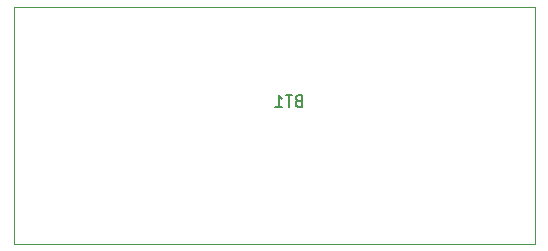
<source format=gbr>
G04 #@! TF.GenerationSoftware,KiCad,Pcbnew,(5.1.2)-2*
G04 #@! TF.CreationDate,2020-08-25T18:12:49+09:00*
G04 #@! TF.ProjectId,IRRemo,49525265-6d6f-42e6-9b69-6361645f7063,rev?*
G04 #@! TF.SameCoordinates,Original*
G04 #@! TF.FileFunction,Legend,Bot*
G04 #@! TF.FilePolarity,Positive*
%FSLAX46Y46*%
G04 Gerber Fmt 4.6, Leading zero omitted, Abs format (unit mm)*
G04 Created by KiCad (PCBNEW (5.1.2)-2) date 2020-08-25 18:12:49*
%MOMM*%
%LPD*%
G04 APERTURE LIST*
%ADD10C,0.120000*%
%ADD11C,0.150000*%
G04 APERTURE END LIST*
D10*
X86662000Y-102252000D02*
X130762000Y-102252000D01*
X130762000Y-102252000D02*
X130762000Y-82152000D01*
X130762000Y-82152000D02*
X86662000Y-82152000D01*
X86662000Y-82152000D02*
X86662000Y-102252000D01*
D11*
X110767714Y-90098571D02*
X110624857Y-90146190D01*
X110577238Y-90193809D01*
X110529619Y-90289047D01*
X110529619Y-90431904D01*
X110577238Y-90527142D01*
X110624857Y-90574761D01*
X110720095Y-90622380D01*
X111101047Y-90622380D01*
X111101047Y-89622380D01*
X110767714Y-89622380D01*
X110672476Y-89670000D01*
X110624857Y-89717619D01*
X110577238Y-89812857D01*
X110577238Y-89908095D01*
X110624857Y-90003333D01*
X110672476Y-90050952D01*
X110767714Y-90098571D01*
X111101047Y-90098571D01*
X110243904Y-89622380D02*
X109672476Y-89622380D01*
X109958190Y-90622380D02*
X109958190Y-89622380D01*
X108815333Y-90622380D02*
X109386761Y-90622380D01*
X109101047Y-90622380D02*
X109101047Y-89622380D01*
X109196285Y-89765238D01*
X109291523Y-89860476D01*
X109386761Y-89908095D01*
M02*

</source>
